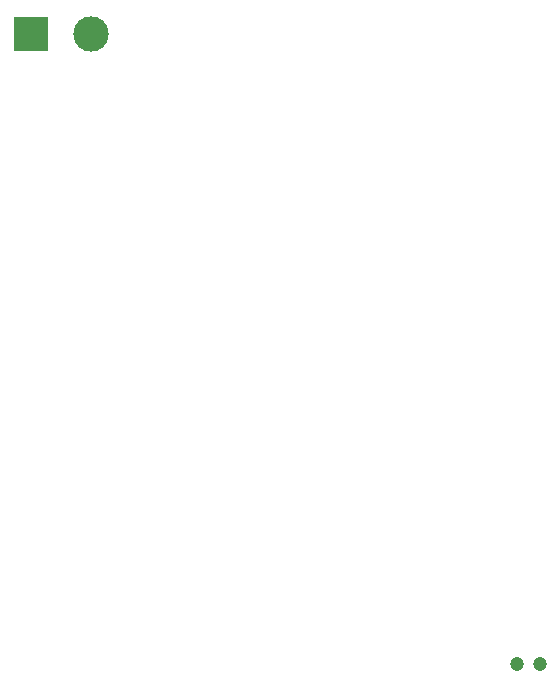
<source format=gbr>
%TF.GenerationSoftware,KiCad,Pcbnew,(6.0.10-0)*%
%TF.CreationDate,2023-02-14T13:08:52-08:00*%
%TF.ProjectId,lab4 exercise2,6c616234-2065-4786-9572-63697365322e,rev?*%
%TF.SameCoordinates,Original*%
%TF.FileFunction,Soldermask,Bot*%
%TF.FilePolarity,Negative*%
%FSLAX46Y46*%
G04 Gerber Fmt 4.6, Leading zero omitted, Abs format (unit mm)*
G04 Created by KiCad (PCBNEW (6.0.10-0)) date 2023-02-14 13:08:52*
%MOMM*%
%LPD*%
G01*
G04 APERTURE LIST*
%ADD10R,3.000000X3.000000*%
%ADD11C,3.000000*%
%ADD12C,1.200000*%
G04 APERTURE END LIST*
D10*
%TO.C,J1*%
X119460000Y-68580000D03*
D11*
X124540000Y-68580000D03*
%TD*%
D12*
%TO.C,C1*%
X162560000Y-121920000D03*
X160560000Y-121920000D03*
%TD*%
M02*

</source>
